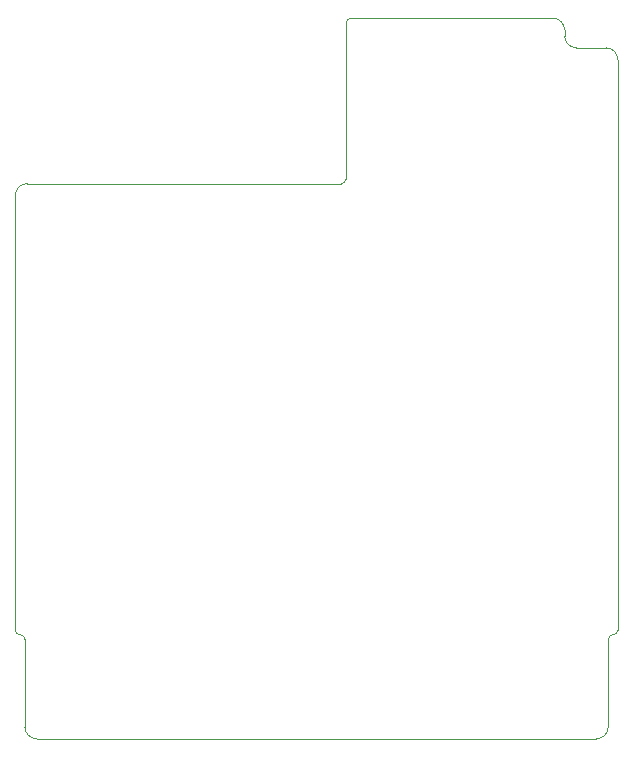
<source format=gbr>
%TF.GenerationSoftware,KiCad,Pcbnew,5.1.7-a382d34a8~88~ubuntu18.04.1*%
%TF.CreationDate,2020-12-02T18:34:38+09:00*%
%TF.ProjectId,iCEboy-pcb,69434562-6f79-42d7-9063-622e6b696361,rev?*%
%TF.SameCoordinates,PX20e6da0PY5b136e0*%
%TF.FileFunction,Profile,NP*%
%FSLAX46Y46*%
G04 Gerber Fmt 4.6, Leading zero omitted, Abs format (unit mm)*
G04 Created by KiCad (PCBNEW 5.1.7-a382d34a8~88~ubuntu18.04.1) date 2020-12-02 18:34:38*
%MOMM*%
%LPD*%
G01*
G04 APERTURE LIST*
%TA.AperFunction,Profile*%
%ADD10C,0.050000*%
%TD*%
G04 APERTURE END LIST*
D10*
X46500000Y60000000D02*
X46500000Y59500000D01*
X50000000Y58500000D02*
X47500000Y58500000D01*
X45500000Y61000000D02*
G75*
G02*
X46500000Y60000000I0J-1000000D01*
G01*
X47500000Y58500000D02*
G75*
G02*
X46500000Y59500000I0J1000000D01*
G01*
X28000000Y47400000D02*
X28000000Y60600000D01*
X28000000Y60600000D02*
G75*
G02*
X28400000Y61000000I400000J0D01*
G01*
X28000000Y47400000D02*
G75*
G02*
X27600000Y47000000I-400000J0D01*
G01*
X400000Y8800000D02*
G75*
G02*
X800000Y8400000I0J-400000D01*
G01*
X400000Y8800000D02*
G75*
G02*
X0Y9200000I0J400000D01*
G01*
X0Y46000000D02*
G75*
G02*
X1000000Y47000000I1000000J0D01*
G01*
X50000000Y58500000D02*
G75*
G02*
X51000000Y57500000I0J-1000000D01*
G01*
X51000000Y9200000D02*
G75*
G02*
X50600000Y8800000I-400000J0D01*
G01*
X50200000Y8400000D02*
G75*
G02*
X50600000Y8800000I400000J0D01*
G01*
X50200000Y1000000D02*
G75*
G02*
X49200000Y0I-1000000J0D01*
G01*
X1800000Y0D02*
G75*
G02*
X800000Y1000000I0J1000000D01*
G01*
X0Y46000000D02*
X0Y9200000D01*
X27600000Y47000000D02*
X1000000Y47000000D01*
X45500000Y61000000D02*
X28400000Y61000000D01*
X51000000Y9200000D02*
X51000000Y57500000D01*
X50200000Y1000000D02*
X50200000Y8400000D01*
X1800000Y0D02*
X49200000Y0D01*
X800000Y8400000D02*
X800000Y1000000D01*
M02*

</source>
